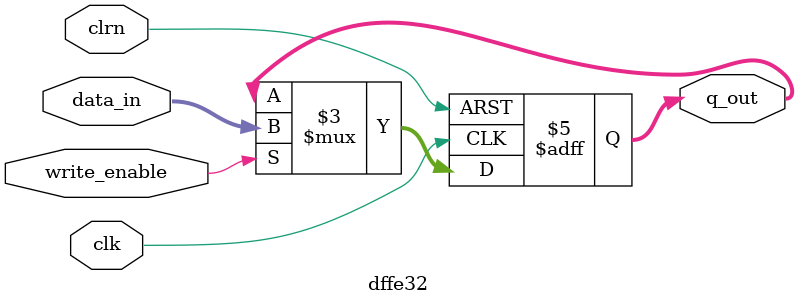
<source format=v>
module dffe32(
  data_in,write_enable,clk,clrn,q_out
);
    input   [31:0] data_in;
    output  [31:0] q_out;
    input   clk,clrn,write_enable;
    reg     [31:0] q_out;
    always @ (negedge clrn or posedge clk)
        if (clrn==0) begin
          q_out <= 0 ;
        end
        else begin
          if (write_enable) q_out <= data_in ;
        end
endmodule // dffe32
</source>
